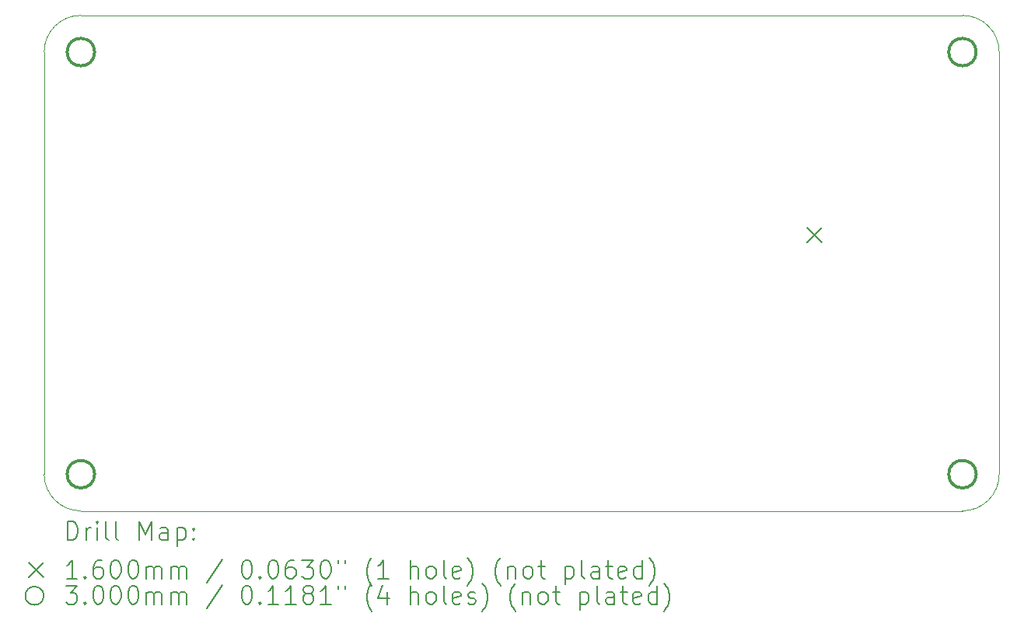
<source format=gbr>
%TF.GenerationSoftware,KiCad,Pcbnew,7.0.7*%
%TF.CreationDate,2024-03-23T22:08:52-05:00*%
%TF.ProjectId,Turret,54757272-6574-42e6-9b69-6361645f7063,rev?*%
%TF.SameCoordinates,Original*%
%TF.FileFunction,Drillmap*%
%TF.FilePolarity,Positive*%
%FSLAX45Y45*%
G04 Gerber Fmt 4.5, Leading zero omitted, Abs format (unit mm)*
G04 Created by KiCad (PCBNEW 7.0.7) date 2024-03-23 22:08:52*
%MOMM*%
%LPD*%
G01*
G04 APERTURE LIST*
%ADD10C,0.100000*%
%ADD11C,0.200000*%
%ADD12C,0.160000*%
%ADD13C,0.300000*%
G04 APERTURE END LIST*
D10*
X4045000Y-8410000D02*
X4045000Y-3810000D01*
X14445000Y-3810000D02*
X14445000Y-8410000D01*
X4445000Y-3410000D02*
G75*
G03*
X4045000Y-3810000I0J-400000D01*
G01*
X14045000Y-8810000D02*
X4445000Y-8810000D01*
X4445000Y-3410000D02*
X14045000Y-3410000D01*
X14045000Y-8810000D02*
G75*
G03*
X14445000Y-8410000I0J400000D01*
G01*
X4045000Y-8410000D02*
G75*
G03*
X4445000Y-8810000I400000J0D01*
G01*
X14445000Y-3810000D02*
G75*
G03*
X14045000Y-3410000I-400000J0D01*
G01*
D11*
D12*
X12355800Y-5721600D02*
X12515800Y-5881600D01*
X12515800Y-5721600D02*
X12355800Y-5881600D01*
D13*
X4595000Y-3810000D02*
G75*
G03*
X4595000Y-3810000I-150000J0D01*
G01*
X4595000Y-8410000D02*
G75*
G03*
X4595000Y-8410000I-150000J0D01*
G01*
X14195000Y-3810000D02*
G75*
G03*
X14195000Y-3810000I-150000J0D01*
G01*
X14195000Y-8410000D02*
G75*
G03*
X14195000Y-8410000I-150000J0D01*
G01*
D11*
X4300777Y-9126484D02*
X4300777Y-8926484D01*
X4300777Y-8926484D02*
X4348396Y-8926484D01*
X4348396Y-8926484D02*
X4376967Y-8936008D01*
X4376967Y-8936008D02*
X4396015Y-8955055D01*
X4396015Y-8955055D02*
X4405539Y-8974103D01*
X4405539Y-8974103D02*
X4415063Y-9012198D01*
X4415063Y-9012198D02*
X4415063Y-9040770D01*
X4415063Y-9040770D02*
X4405539Y-9078865D01*
X4405539Y-9078865D02*
X4396015Y-9097912D01*
X4396015Y-9097912D02*
X4376967Y-9116960D01*
X4376967Y-9116960D02*
X4348396Y-9126484D01*
X4348396Y-9126484D02*
X4300777Y-9126484D01*
X4500777Y-9126484D02*
X4500777Y-8993150D01*
X4500777Y-9031246D02*
X4510301Y-9012198D01*
X4510301Y-9012198D02*
X4519824Y-9002674D01*
X4519824Y-9002674D02*
X4538872Y-8993150D01*
X4538872Y-8993150D02*
X4557920Y-8993150D01*
X4624586Y-9126484D02*
X4624586Y-8993150D01*
X4624586Y-8926484D02*
X4615063Y-8936008D01*
X4615063Y-8936008D02*
X4624586Y-8945531D01*
X4624586Y-8945531D02*
X4634110Y-8936008D01*
X4634110Y-8936008D02*
X4624586Y-8926484D01*
X4624586Y-8926484D02*
X4624586Y-8945531D01*
X4748396Y-9126484D02*
X4729348Y-9116960D01*
X4729348Y-9116960D02*
X4719824Y-9097912D01*
X4719824Y-9097912D02*
X4719824Y-8926484D01*
X4853158Y-9126484D02*
X4834110Y-9116960D01*
X4834110Y-9116960D02*
X4824586Y-9097912D01*
X4824586Y-9097912D02*
X4824586Y-8926484D01*
X5081729Y-9126484D02*
X5081729Y-8926484D01*
X5081729Y-8926484D02*
X5148396Y-9069341D01*
X5148396Y-9069341D02*
X5215063Y-8926484D01*
X5215063Y-8926484D02*
X5215063Y-9126484D01*
X5396015Y-9126484D02*
X5396015Y-9021722D01*
X5396015Y-9021722D02*
X5386491Y-9002674D01*
X5386491Y-9002674D02*
X5367444Y-8993150D01*
X5367444Y-8993150D02*
X5329348Y-8993150D01*
X5329348Y-8993150D02*
X5310301Y-9002674D01*
X5396015Y-9116960D02*
X5376967Y-9126484D01*
X5376967Y-9126484D02*
X5329348Y-9126484D01*
X5329348Y-9126484D02*
X5310301Y-9116960D01*
X5310301Y-9116960D02*
X5300777Y-9097912D01*
X5300777Y-9097912D02*
X5300777Y-9078865D01*
X5300777Y-9078865D02*
X5310301Y-9059817D01*
X5310301Y-9059817D02*
X5329348Y-9050293D01*
X5329348Y-9050293D02*
X5376967Y-9050293D01*
X5376967Y-9050293D02*
X5396015Y-9040770D01*
X5491253Y-8993150D02*
X5491253Y-9193150D01*
X5491253Y-9002674D02*
X5510301Y-8993150D01*
X5510301Y-8993150D02*
X5548396Y-8993150D01*
X5548396Y-8993150D02*
X5567444Y-9002674D01*
X5567444Y-9002674D02*
X5576967Y-9012198D01*
X5576967Y-9012198D02*
X5586491Y-9031246D01*
X5586491Y-9031246D02*
X5586491Y-9088389D01*
X5586491Y-9088389D02*
X5576967Y-9107436D01*
X5576967Y-9107436D02*
X5567444Y-9116960D01*
X5567444Y-9116960D02*
X5548396Y-9126484D01*
X5548396Y-9126484D02*
X5510301Y-9126484D01*
X5510301Y-9126484D02*
X5491253Y-9116960D01*
X5672205Y-9107436D02*
X5681729Y-9116960D01*
X5681729Y-9116960D02*
X5672205Y-9126484D01*
X5672205Y-9126484D02*
X5662682Y-9116960D01*
X5662682Y-9116960D02*
X5672205Y-9107436D01*
X5672205Y-9107436D02*
X5672205Y-9126484D01*
X5672205Y-9002674D02*
X5681729Y-9012198D01*
X5681729Y-9012198D02*
X5672205Y-9021722D01*
X5672205Y-9021722D02*
X5662682Y-9012198D01*
X5662682Y-9012198D02*
X5672205Y-9002674D01*
X5672205Y-9002674D02*
X5672205Y-9021722D01*
D12*
X3880000Y-9375000D02*
X4040000Y-9535000D01*
X4040000Y-9375000D02*
X3880000Y-9535000D01*
D11*
X4405539Y-9546484D02*
X4291253Y-9546484D01*
X4348396Y-9546484D02*
X4348396Y-9346484D01*
X4348396Y-9346484D02*
X4329348Y-9375055D01*
X4329348Y-9375055D02*
X4310301Y-9394103D01*
X4310301Y-9394103D02*
X4291253Y-9403627D01*
X4491253Y-9527436D02*
X4500777Y-9536960D01*
X4500777Y-9536960D02*
X4491253Y-9546484D01*
X4491253Y-9546484D02*
X4481729Y-9536960D01*
X4481729Y-9536960D02*
X4491253Y-9527436D01*
X4491253Y-9527436D02*
X4491253Y-9546484D01*
X4672205Y-9346484D02*
X4634110Y-9346484D01*
X4634110Y-9346484D02*
X4615063Y-9356008D01*
X4615063Y-9356008D02*
X4605539Y-9365531D01*
X4605539Y-9365531D02*
X4586491Y-9394103D01*
X4586491Y-9394103D02*
X4576967Y-9432198D01*
X4576967Y-9432198D02*
X4576967Y-9508389D01*
X4576967Y-9508389D02*
X4586491Y-9527436D01*
X4586491Y-9527436D02*
X4596015Y-9536960D01*
X4596015Y-9536960D02*
X4615063Y-9546484D01*
X4615063Y-9546484D02*
X4653158Y-9546484D01*
X4653158Y-9546484D02*
X4672205Y-9536960D01*
X4672205Y-9536960D02*
X4681729Y-9527436D01*
X4681729Y-9527436D02*
X4691253Y-9508389D01*
X4691253Y-9508389D02*
X4691253Y-9460770D01*
X4691253Y-9460770D02*
X4681729Y-9441722D01*
X4681729Y-9441722D02*
X4672205Y-9432198D01*
X4672205Y-9432198D02*
X4653158Y-9422674D01*
X4653158Y-9422674D02*
X4615063Y-9422674D01*
X4615063Y-9422674D02*
X4596015Y-9432198D01*
X4596015Y-9432198D02*
X4586491Y-9441722D01*
X4586491Y-9441722D02*
X4576967Y-9460770D01*
X4815063Y-9346484D02*
X4834110Y-9346484D01*
X4834110Y-9346484D02*
X4853158Y-9356008D01*
X4853158Y-9356008D02*
X4862682Y-9365531D01*
X4862682Y-9365531D02*
X4872205Y-9384579D01*
X4872205Y-9384579D02*
X4881729Y-9422674D01*
X4881729Y-9422674D02*
X4881729Y-9470293D01*
X4881729Y-9470293D02*
X4872205Y-9508389D01*
X4872205Y-9508389D02*
X4862682Y-9527436D01*
X4862682Y-9527436D02*
X4853158Y-9536960D01*
X4853158Y-9536960D02*
X4834110Y-9546484D01*
X4834110Y-9546484D02*
X4815063Y-9546484D01*
X4815063Y-9546484D02*
X4796015Y-9536960D01*
X4796015Y-9536960D02*
X4786491Y-9527436D01*
X4786491Y-9527436D02*
X4776967Y-9508389D01*
X4776967Y-9508389D02*
X4767444Y-9470293D01*
X4767444Y-9470293D02*
X4767444Y-9422674D01*
X4767444Y-9422674D02*
X4776967Y-9384579D01*
X4776967Y-9384579D02*
X4786491Y-9365531D01*
X4786491Y-9365531D02*
X4796015Y-9356008D01*
X4796015Y-9356008D02*
X4815063Y-9346484D01*
X5005539Y-9346484D02*
X5024586Y-9346484D01*
X5024586Y-9346484D02*
X5043634Y-9356008D01*
X5043634Y-9356008D02*
X5053158Y-9365531D01*
X5053158Y-9365531D02*
X5062682Y-9384579D01*
X5062682Y-9384579D02*
X5072205Y-9422674D01*
X5072205Y-9422674D02*
X5072205Y-9470293D01*
X5072205Y-9470293D02*
X5062682Y-9508389D01*
X5062682Y-9508389D02*
X5053158Y-9527436D01*
X5053158Y-9527436D02*
X5043634Y-9536960D01*
X5043634Y-9536960D02*
X5024586Y-9546484D01*
X5024586Y-9546484D02*
X5005539Y-9546484D01*
X5005539Y-9546484D02*
X4986491Y-9536960D01*
X4986491Y-9536960D02*
X4976967Y-9527436D01*
X4976967Y-9527436D02*
X4967444Y-9508389D01*
X4967444Y-9508389D02*
X4957920Y-9470293D01*
X4957920Y-9470293D02*
X4957920Y-9422674D01*
X4957920Y-9422674D02*
X4967444Y-9384579D01*
X4967444Y-9384579D02*
X4976967Y-9365531D01*
X4976967Y-9365531D02*
X4986491Y-9356008D01*
X4986491Y-9356008D02*
X5005539Y-9346484D01*
X5157920Y-9546484D02*
X5157920Y-9413150D01*
X5157920Y-9432198D02*
X5167444Y-9422674D01*
X5167444Y-9422674D02*
X5186491Y-9413150D01*
X5186491Y-9413150D02*
X5215063Y-9413150D01*
X5215063Y-9413150D02*
X5234110Y-9422674D01*
X5234110Y-9422674D02*
X5243634Y-9441722D01*
X5243634Y-9441722D02*
X5243634Y-9546484D01*
X5243634Y-9441722D02*
X5253158Y-9422674D01*
X5253158Y-9422674D02*
X5272205Y-9413150D01*
X5272205Y-9413150D02*
X5300777Y-9413150D01*
X5300777Y-9413150D02*
X5319825Y-9422674D01*
X5319825Y-9422674D02*
X5329348Y-9441722D01*
X5329348Y-9441722D02*
X5329348Y-9546484D01*
X5424586Y-9546484D02*
X5424586Y-9413150D01*
X5424586Y-9432198D02*
X5434110Y-9422674D01*
X5434110Y-9422674D02*
X5453158Y-9413150D01*
X5453158Y-9413150D02*
X5481729Y-9413150D01*
X5481729Y-9413150D02*
X5500777Y-9422674D01*
X5500777Y-9422674D02*
X5510301Y-9441722D01*
X5510301Y-9441722D02*
X5510301Y-9546484D01*
X5510301Y-9441722D02*
X5519825Y-9422674D01*
X5519825Y-9422674D02*
X5538872Y-9413150D01*
X5538872Y-9413150D02*
X5567444Y-9413150D01*
X5567444Y-9413150D02*
X5586491Y-9422674D01*
X5586491Y-9422674D02*
X5596015Y-9441722D01*
X5596015Y-9441722D02*
X5596015Y-9546484D01*
X5986491Y-9336960D02*
X5815063Y-9594103D01*
X6243634Y-9346484D02*
X6262682Y-9346484D01*
X6262682Y-9346484D02*
X6281729Y-9356008D01*
X6281729Y-9356008D02*
X6291253Y-9365531D01*
X6291253Y-9365531D02*
X6300777Y-9384579D01*
X6300777Y-9384579D02*
X6310301Y-9422674D01*
X6310301Y-9422674D02*
X6310301Y-9470293D01*
X6310301Y-9470293D02*
X6300777Y-9508389D01*
X6300777Y-9508389D02*
X6291253Y-9527436D01*
X6291253Y-9527436D02*
X6281729Y-9536960D01*
X6281729Y-9536960D02*
X6262682Y-9546484D01*
X6262682Y-9546484D02*
X6243634Y-9546484D01*
X6243634Y-9546484D02*
X6224586Y-9536960D01*
X6224586Y-9536960D02*
X6215063Y-9527436D01*
X6215063Y-9527436D02*
X6205539Y-9508389D01*
X6205539Y-9508389D02*
X6196015Y-9470293D01*
X6196015Y-9470293D02*
X6196015Y-9422674D01*
X6196015Y-9422674D02*
X6205539Y-9384579D01*
X6205539Y-9384579D02*
X6215063Y-9365531D01*
X6215063Y-9365531D02*
X6224586Y-9356008D01*
X6224586Y-9356008D02*
X6243634Y-9346484D01*
X6396015Y-9527436D02*
X6405539Y-9536960D01*
X6405539Y-9536960D02*
X6396015Y-9546484D01*
X6396015Y-9546484D02*
X6386491Y-9536960D01*
X6386491Y-9536960D02*
X6396015Y-9527436D01*
X6396015Y-9527436D02*
X6396015Y-9546484D01*
X6529348Y-9346484D02*
X6548396Y-9346484D01*
X6548396Y-9346484D02*
X6567444Y-9356008D01*
X6567444Y-9356008D02*
X6576967Y-9365531D01*
X6576967Y-9365531D02*
X6586491Y-9384579D01*
X6586491Y-9384579D02*
X6596015Y-9422674D01*
X6596015Y-9422674D02*
X6596015Y-9470293D01*
X6596015Y-9470293D02*
X6586491Y-9508389D01*
X6586491Y-9508389D02*
X6576967Y-9527436D01*
X6576967Y-9527436D02*
X6567444Y-9536960D01*
X6567444Y-9536960D02*
X6548396Y-9546484D01*
X6548396Y-9546484D02*
X6529348Y-9546484D01*
X6529348Y-9546484D02*
X6510301Y-9536960D01*
X6510301Y-9536960D02*
X6500777Y-9527436D01*
X6500777Y-9527436D02*
X6491253Y-9508389D01*
X6491253Y-9508389D02*
X6481729Y-9470293D01*
X6481729Y-9470293D02*
X6481729Y-9422674D01*
X6481729Y-9422674D02*
X6491253Y-9384579D01*
X6491253Y-9384579D02*
X6500777Y-9365531D01*
X6500777Y-9365531D02*
X6510301Y-9356008D01*
X6510301Y-9356008D02*
X6529348Y-9346484D01*
X6767444Y-9346484D02*
X6729348Y-9346484D01*
X6729348Y-9346484D02*
X6710301Y-9356008D01*
X6710301Y-9356008D02*
X6700777Y-9365531D01*
X6700777Y-9365531D02*
X6681729Y-9394103D01*
X6681729Y-9394103D02*
X6672206Y-9432198D01*
X6672206Y-9432198D02*
X6672206Y-9508389D01*
X6672206Y-9508389D02*
X6681729Y-9527436D01*
X6681729Y-9527436D02*
X6691253Y-9536960D01*
X6691253Y-9536960D02*
X6710301Y-9546484D01*
X6710301Y-9546484D02*
X6748396Y-9546484D01*
X6748396Y-9546484D02*
X6767444Y-9536960D01*
X6767444Y-9536960D02*
X6776967Y-9527436D01*
X6776967Y-9527436D02*
X6786491Y-9508389D01*
X6786491Y-9508389D02*
X6786491Y-9460770D01*
X6786491Y-9460770D02*
X6776967Y-9441722D01*
X6776967Y-9441722D02*
X6767444Y-9432198D01*
X6767444Y-9432198D02*
X6748396Y-9422674D01*
X6748396Y-9422674D02*
X6710301Y-9422674D01*
X6710301Y-9422674D02*
X6691253Y-9432198D01*
X6691253Y-9432198D02*
X6681729Y-9441722D01*
X6681729Y-9441722D02*
X6672206Y-9460770D01*
X6853158Y-9346484D02*
X6976967Y-9346484D01*
X6976967Y-9346484D02*
X6910301Y-9422674D01*
X6910301Y-9422674D02*
X6938872Y-9422674D01*
X6938872Y-9422674D02*
X6957920Y-9432198D01*
X6957920Y-9432198D02*
X6967444Y-9441722D01*
X6967444Y-9441722D02*
X6976967Y-9460770D01*
X6976967Y-9460770D02*
X6976967Y-9508389D01*
X6976967Y-9508389D02*
X6967444Y-9527436D01*
X6967444Y-9527436D02*
X6957920Y-9536960D01*
X6957920Y-9536960D02*
X6938872Y-9546484D01*
X6938872Y-9546484D02*
X6881729Y-9546484D01*
X6881729Y-9546484D02*
X6862682Y-9536960D01*
X6862682Y-9536960D02*
X6853158Y-9527436D01*
X7100777Y-9346484D02*
X7119825Y-9346484D01*
X7119825Y-9346484D02*
X7138872Y-9356008D01*
X7138872Y-9356008D02*
X7148396Y-9365531D01*
X7148396Y-9365531D02*
X7157920Y-9384579D01*
X7157920Y-9384579D02*
X7167444Y-9422674D01*
X7167444Y-9422674D02*
X7167444Y-9470293D01*
X7167444Y-9470293D02*
X7157920Y-9508389D01*
X7157920Y-9508389D02*
X7148396Y-9527436D01*
X7148396Y-9527436D02*
X7138872Y-9536960D01*
X7138872Y-9536960D02*
X7119825Y-9546484D01*
X7119825Y-9546484D02*
X7100777Y-9546484D01*
X7100777Y-9546484D02*
X7081729Y-9536960D01*
X7081729Y-9536960D02*
X7072206Y-9527436D01*
X7072206Y-9527436D02*
X7062682Y-9508389D01*
X7062682Y-9508389D02*
X7053158Y-9470293D01*
X7053158Y-9470293D02*
X7053158Y-9422674D01*
X7053158Y-9422674D02*
X7062682Y-9384579D01*
X7062682Y-9384579D02*
X7072206Y-9365531D01*
X7072206Y-9365531D02*
X7081729Y-9356008D01*
X7081729Y-9356008D02*
X7100777Y-9346484D01*
X7243634Y-9346484D02*
X7243634Y-9384579D01*
X7319825Y-9346484D02*
X7319825Y-9384579D01*
X7615063Y-9622674D02*
X7605539Y-9613150D01*
X7605539Y-9613150D02*
X7586491Y-9584579D01*
X7586491Y-9584579D02*
X7576968Y-9565531D01*
X7576968Y-9565531D02*
X7567444Y-9536960D01*
X7567444Y-9536960D02*
X7557920Y-9489341D01*
X7557920Y-9489341D02*
X7557920Y-9451246D01*
X7557920Y-9451246D02*
X7567444Y-9403627D01*
X7567444Y-9403627D02*
X7576968Y-9375055D01*
X7576968Y-9375055D02*
X7586491Y-9356008D01*
X7586491Y-9356008D02*
X7605539Y-9327436D01*
X7605539Y-9327436D02*
X7615063Y-9317912D01*
X7796015Y-9546484D02*
X7681729Y-9546484D01*
X7738872Y-9546484D02*
X7738872Y-9346484D01*
X7738872Y-9346484D02*
X7719825Y-9375055D01*
X7719825Y-9375055D02*
X7700777Y-9394103D01*
X7700777Y-9394103D02*
X7681729Y-9403627D01*
X8034110Y-9546484D02*
X8034110Y-9346484D01*
X8119825Y-9546484D02*
X8119825Y-9441722D01*
X8119825Y-9441722D02*
X8110301Y-9422674D01*
X8110301Y-9422674D02*
X8091253Y-9413150D01*
X8091253Y-9413150D02*
X8062682Y-9413150D01*
X8062682Y-9413150D02*
X8043634Y-9422674D01*
X8043634Y-9422674D02*
X8034110Y-9432198D01*
X8243634Y-9546484D02*
X8224587Y-9536960D01*
X8224587Y-9536960D02*
X8215063Y-9527436D01*
X8215063Y-9527436D02*
X8205539Y-9508389D01*
X8205539Y-9508389D02*
X8205539Y-9451246D01*
X8205539Y-9451246D02*
X8215063Y-9432198D01*
X8215063Y-9432198D02*
X8224587Y-9422674D01*
X8224587Y-9422674D02*
X8243634Y-9413150D01*
X8243634Y-9413150D02*
X8272206Y-9413150D01*
X8272206Y-9413150D02*
X8291253Y-9422674D01*
X8291253Y-9422674D02*
X8300777Y-9432198D01*
X8300777Y-9432198D02*
X8310301Y-9451246D01*
X8310301Y-9451246D02*
X8310301Y-9508389D01*
X8310301Y-9508389D02*
X8300777Y-9527436D01*
X8300777Y-9527436D02*
X8291253Y-9536960D01*
X8291253Y-9536960D02*
X8272206Y-9546484D01*
X8272206Y-9546484D02*
X8243634Y-9546484D01*
X8424587Y-9546484D02*
X8405539Y-9536960D01*
X8405539Y-9536960D02*
X8396015Y-9517912D01*
X8396015Y-9517912D02*
X8396015Y-9346484D01*
X8576968Y-9536960D02*
X8557920Y-9546484D01*
X8557920Y-9546484D02*
X8519825Y-9546484D01*
X8519825Y-9546484D02*
X8500777Y-9536960D01*
X8500777Y-9536960D02*
X8491253Y-9517912D01*
X8491253Y-9517912D02*
X8491253Y-9441722D01*
X8491253Y-9441722D02*
X8500777Y-9422674D01*
X8500777Y-9422674D02*
X8519825Y-9413150D01*
X8519825Y-9413150D02*
X8557920Y-9413150D01*
X8557920Y-9413150D02*
X8576968Y-9422674D01*
X8576968Y-9422674D02*
X8586492Y-9441722D01*
X8586492Y-9441722D02*
X8586492Y-9460770D01*
X8586492Y-9460770D02*
X8491253Y-9479817D01*
X8653158Y-9622674D02*
X8662682Y-9613150D01*
X8662682Y-9613150D02*
X8681730Y-9584579D01*
X8681730Y-9584579D02*
X8691253Y-9565531D01*
X8691253Y-9565531D02*
X8700777Y-9536960D01*
X8700777Y-9536960D02*
X8710301Y-9489341D01*
X8710301Y-9489341D02*
X8710301Y-9451246D01*
X8710301Y-9451246D02*
X8700777Y-9403627D01*
X8700777Y-9403627D02*
X8691253Y-9375055D01*
X8691253Y-9375055D02*
X8681730Y-9356008D01*
X8681730Y-9356008D02*
X8662682Y-9327436D01*
X8662682Y-9327436D02*
X8653158Y-9317912D01*
X9015063Y-9622674D02*
X9005539Y-9613150D01*
X9005539Y-9613150D02*
X8986492Y-9584579D01*
X8986492Y-9584579D02*
X8976968Y-9565531D01*
X8976968Y-9565531D02*
X8967444Y-9536960D01*
X8967444Y-9536960D02*
X8957920Y-9489341D01*
X8957920Y-9489341D02*
X8957920Y-9451246D01*
X8957920Y-9451246D02*
X8967444Y-9403627D01*
X8967444Y-9403627D02*
X8976968Y-9375055D01*
X8976968Y-9375055D02*
X8986492Y-9356008D01*
X8986492Y-9356008D02*
X9005539Y-9327436D01*
X9005539Y-9327436D02*
X9015063Y-9317912D01*
X9091253Y-9413150D02*
X9091253Y-9546484D01*
X9091253Y-9432198D02*
X9100777Y-9422674D01*
X9100777Y-9422674D02*
X9119825Y-9413150D01*
X9119825Y-9413150D02*
X9148396Y-9413150D01*
X9148396Y-9413150D02*
X9167444Y-9422674D01*
X9167444Y-9422674D02*
X9176968Y-9441722D01*
X9176968Y-9441722D02*
X9176968Y-9546484D01*
X9300777Y-9546484D02*
X9281730Y-9536960D01*
X9281730Y-9536960D02*
X9272206Y-9527436D01*
X9272206Y-9527436D02*
X9262682Y-9508389D01*
X9262682Y-9508389D02*
X9262682Y-9451246D01*
X9262682Y-9451246D02*
X9272206Y-9432198D01*
X9272206Y-9432198D02*
X9281730Y-9422674D01*
X9281730Y-9422674D02*
X9300777Y-9413150D01*
X9300777Y-9413150D02*
X9329349Y-9413150D01*
X9329349Y-9413150D02*
X9348396Y-9422674D01*
X9348396Y-9422674D02*
X9357920Y-9432198D01*
X9357920Y-9432198D02*
X9367444Y-9451246D01*
X9367444Y-9451246D02*
X9367444Y-9508389D01*
X9367444Y-9508389D02*
X9357920Y-9527436D01*
X9357920Y-9527436D02*
X9348396Y-9536960D01*
X9348396Y-9536960D02*
X9329349Y-9546484D01*
X9329349Y-9546484D02*
X9300777Y-9546484D01*
X9424587Y-9413150D02*
X9500777Y-9413150D01*
X9453158Y-9346484D02*
X9453158Y-9517912D01*
X9453158Y-9517912D02*
X9462682Y-9536960D01*
X9462682Y-9536960D02*
X9481730Y-9546484D01*
X9481730Y-9546484D02*
X9500777Y-9546484D01*
X9719825Y-9413150D02*
X9719825Y-9613150D01*
X9719825Y-9422674D02*
X9738873Y-9413150D01*
X9738873Y-9413150D02*
X9776968Y-9413150D01*
X9776968Y-9413150D02*
X9796015Y-9422674D01*
X9796015Y-9422674D02*
X9805539Y-9432198D01*
X9805539Y-9432198D02*
X9815063Y-9451246D01*
X9815063Y-9451246D02*
X9815063Y-9508389D01*
X9815063Y-9508389D02*
X9805539Y-9527436D01*
X9805539Y-9527436D02*
X9796015Y-9536960D01*
X9796015Y-9536960D02*
X9776968Y-9546484D01*
X9776968Y-9546484D02*
X9738873Y-9546484D01*
X9738873Y-9546484D02*
X9719825Y-9536960D01*
X9929349Y-9546484D02*
X9910301Y-9536960D01*
X9910301Y-9536960D02*
X9900777Y-9517912D01*
X9900777Y-9517912D02*
X9900777Y-9346484D01*
X10091254Y-9546484D02*
X10091254Y-9441722D01*
X10091254Y-9441722D02*
X10081730Y-9422674D01*
X10081730Y-9422674D02*
X10062682Y-9413150D01*
X10062682Y-9413150D02*
X10024587Y-9413150D01*
X10024587Y-9413150D02*
X10005539Y-9422674D01*
X10091254Y-9536960D02*
X10072206Y-9546484D01*
X10072206Y-9546484D02*
X10024587Y-9546484D01*
X10024587Y-9546484D02*
X10005539Y-9536960D01*
X10005539Y-9536960D02*
X9996015Y-9517912D01*
X9996015Y-9517912D02*
X9996015Y-9498865D01*
X9996015Y-9498865D02*
X10005539Y-9479817D01*
X10005539Y-9479817D02*
X10024587Y-9470293D01*
X10024587Y-9470293D02*
X10072206Y-9470293D01*
X10072206Y-9470293D02*
X10091254Y-9460770D01*
X10157920Y-9413150D02*
X10234111Y-9413150D01*
X10186492Y-9346484D02*
X10186492Y-9517912D01*
X10186492Y-9517912D02*
X10196015Y-9536960D01*
X10196015Y-9536960D02*
X10215063Y-9546484D01*
X10215063Y-9546484D02*
X10234111Y-9546484D01*
X10376968Y-9536960D02*
X10357920Y-9546484D01*
X10357920Y-9546484D02*
X10319825Y-9546484D01*
X10319825Y-9546484D02*
X10300777Y-9536960D01*
X10300777Y-9536960D02*
X10291254Y-9517912D01*
X10291254Y-9517912D02*
X10291254Y-9441722D01*
X10291254Y-9441722D02*
X10300777Y-9422674D01*
X10300777Y-9422674D02*
X10319825Y-9413150D01*
X10319825Y-9413150D02*
X10357920Y-9413150D01*
X10357920Y-9413150D02*
X10376968Y-9422674D01*
X10376968Y-9422674D02*
X10386492Y-9441722D01*
X10386492Y-9441722D02*
X10386492Y-9460770D01*
X10386492Y-9460770D02*
X10291254Y-9479817D01*
X10557920Y-9546484D02*
X10557920Y-9346484D01*
X10557920Y-9536960D02*
X10538873Y-9546484D01*
X10538873Y-9546484D02*
X10500777Y-9546484D01*
X10500777Y-9546484D02*
X10481730Y-9536960D01*
X10481730Y-9536960D02*
X10472206Y-9527436D01*
X10472206Y-9527436D02*
X10462682Y-9508389D01*
X10462682Y-9508389D02*
X10462682Y-9451246D01*
X10462682Y-9451246D02*
X10472206Y-9432198D01*
X10472206Y-9432198D02*
X10481730Y-9422674D01*
X10481730Y-9422674D02*
X10500777Y-9413150D01*
X10500777Y-9413150D02*
X10538873Y-9413150D01*
X10538873Y-9413150D02*
X10557920Y-9422674D01*
X10634111Y-9622674D02*
X10643635Y-9613150D01*
X10643635Y-9613150D02*
X10662682Y-9584579D01*
X10662682Y-9584579D02*
X10672206Y-9565531D01*
X10672206Y-9565531D02*
X10681730Y-9536960D01*
X10681730Y-9536960D02*
X10691254Y-9489341D01*
X10691254Y-9489341D02*
X10691254Y-9451246D01*
X10691254Y-9451246D02*
X10681730Y-9403627D01*
X10681730Y-9403627D02*
X10672206Y-9375055D01*
X10672206Y-9375055D02*
X10662682Y-9356008D01*
X10662682Y-9356008D02*
X10643635Y-9327436D01*
X10643635Y-9327436D02*
X10634111Y-9317912D01*
X4040000Y-9735000D02*
G75*
G03*
X4040000Y-9735000I-100000J0D01*
G01*
X4281729Y-9626484D02*
X4405539Y-9626484D01*
X4405539Y-9626484D02*
X4338872Y-9702674D01*
X4338872Y-9702674D02*
X4367444Y-9702674D01*
X4367444Y-9702674D02*
X4386491Y-9712198D01*
X4386491Y-9712198D02*
X4396015Y-9721722D01*
X4396015Y-9721722D02*
X4405539Y-9740770D01*
X4405539Y-9740770D02*
X4405539Y-9788389D01*
X4405539Y-9788389D02*
X4396015Y-9807436D01*
X4396015Y-9807436D02*
X4386491Y-9816960D01*
X4386491Y-9816960D02*
X4367444Y-9826484D01*
X4367444Y-9826484D02*
X4310301Y-9826484D01*
X4310301Y-9826484D02*
X4291253Y-9816960D01*
X4291253Y-9816960D02*
X4281729Y-9807436D01*
X4491253Y-9807436D02*
X4500777Y-9816960D01*
X4500777Y-9816960D02*
X4491253Y-9826484D01*
X4491253Y-9826484D02*
X4481729Y-9816960D01*
X4481729Y-9816960D02*
X4491253Y-9807436D01*
X4491253Y-9807436D02*
X4491253Y-9826484D01*
X4624586Y-9626484D02*
X4643634Y-9626484D01*
X4643634Y-9626484D02*
X4662682Y-9636008D01*
X4662682Y-9636008D02*
X4672205Y-9645531D01*
X4672205Y-9645531D02*
X4681729Y-9664579D01*
X4681729Y-9664579D02*
X4691253Y-9702674D01*
X4691253Y-9702674D02*
X4691253Y-9750293D01*
X4691253Y-9750293D02*
X4681729Y-9788389D01*
X4681729Y-9788389D02*
X4672205Y-9807436D01*
X4672205Y-9807436D02*
X4662682Y-9816960D01*
X4662682Y-9816960D02*
X4643634Y-9826484D01*
X4643634Y-9826484D02*
X4624586Y-9826484D01*
X4624586Y-9826484D02*
X4605539Y-9816960D01*
X4605539Y-9816960D02*
X4596015Y-9807436D01*
X4596015Y-9807436D02*
X4586491Y-9788389D01*
X4586491Y-9788389D02*
X4576967Y-9750293D01*
X4576967Y-9750293D02*
X4576967Y-9702674D01*
X4576967Y-9702674D02*
X4586491Y-9664579D01*
X4586491Y-9664579D02*
X4596015Y-9645531D01*
X4596015Y-9645531D02*
X4605539Y-9636008D01*
X4605539Y-9636008D02*
X4624586Y-9626484D01*
X4815063Y-9626484D02*
X4834110Y-9626484D01*
X4834110Y-9626484D02*
X4853158Y-9636008D01*
X4853158Y-9636008D02*
X4862682Y-9645531D01*
X4862682Y-9645531D02*
X4872205Y-9664579D01*
X4872205Y-9664579D02*
X4881729Y-9702674D01*
X4881729Y-9702674D02*
X4881729Y-9750293D01*
X4881729Y-9750293D02*
X4872205Y-9788389D01*
X4872205Y-9788389D02*
X4862682Y-9807436D01*
X4862682Y-9807436D02*
X4853158Y-9816960D01*
X4853158Y-9816960D02*
X4834110Y-9826484D01*
X4834110Y-9826484D02*
X4815063Y-9826484D01*
X4815063Y-9826484D02*
X4796015Y-9816960D01*
X4796015Y-9816960D02*
X4786491Y-9807436D01*
X4786491Y-9807436D02*
X4776967Y-9788389D01*
X4776967Y-9788389D02*
X4767444Y-9750293D01*
X4767444Y-9750293D02*
X4767444Y-9702674D01*
X4767444Y-9702674D02*
X4776967Y-9664579D01*
X4776967Y-9664579D02*
X4786491Y-9645531D01*
X4786491Y-9645531D02*
X4796015Y-9636008D01*
X4796015Y-9636008D02*
X4815063Y-9626484D01*
X5005539Y-9626484D02*
X5024586Y-9626484D01*
X5024586Y-9626484D02*
X5043634Y-9636008D01*
X5043634Y-9636008D02*
X5053158Y-9645531D01*
X5053158Y-9645531D02*
X5062682Y-9664579D01*
X5062682Y-9664579D02*
X5072205Y-9702674D01*
X5072205Y-9702674D02*
X5072205Y-9750293D01*
X5072205Y-9750293D02*
X5062682Y-9788389D01*
X5062682Y-9788389D02*
X5053158Y-9807436D01*
X5053158Y-9807436D02*
X5043634Y-9816960D01*
X5043634Y-9816960D02*
X5024586Y-9826484D01*
X5024586Y-9826484D02*
X5005539Y-9826484D01*
X5005539Y-9826484D02*
X4986491Y-9816960D01*
X4986491Y-9816960D02*
X4976967Y-9807436D01*
X4976967Y-9807436D02*
X4967444Y-9788389D01*
X4967444Y-9788389D02*
X4957920Y-9750293D01*
X4957920Y-9750293D02*
X4957920Y-9702674D01*
X4957920Y-9702674D02*
X4967444Y-9664579D01*
X4967444Y-9664579D02*
X4976967Y-9645531D01*
X4976967Y-9645531D02*
X4986491Y-9636008D01*
X4986491Y-9636008D02*
X5005539Y-9626484D01*
X5157920Y-9826484D02*
X5157920Y-9693150D01*
X5157920Y-9712198D02*
X5167444Y-9702674D01*
X5167444Y-9702674D02*
X5186491Y-9693150D01*
X5186491Y-9693150D02*
X5215063Y-9693150D01*
X5215063Y-9693150D02*
X5234110Y-9702674D01*
X5234110Y-9702674D02*
X5243634Y-9721722D01*
X5243634Y-9721722D02*
X5243634Y-9826484D01*
X5243634Y-9721722D02*
X5253158Y-9702674D01*
X5253158Y-9702674D02*
X5272205Y-9693150D01*
X5272205Y-9693150D02*
X5300777Y-9693150D01*
X5300777Y-9693150D02*
X5319825Y-9702674D01*
X5319825Y-9702674D02*
X5329348Y-9721722D01*
X5329348Y-9721722D02*
X5329348Y-9826484D01*
X5424586Y-9826484D02*
X5424586Y-9693150D01*
X5424586Y-9712198D02*
X5434110Y-9702674D01*
X5434110Y-9702674D02*
X5453158Y-9693150D01*
X5453158Y-9693150D02*
X5481729Y-9693150D01*
X5481729Y-9693150D02*
X5500777Y-9702674D01*
X5500777Y-9702674D02*
X5510301Y-9721722D01*
X5510301Y-9721722D02*
X5510301Y-9826484D01*
X5510301Y-9721722D02*
X5519825Y-9702674D01*
X5519825Y-9702674D02*
X5538872Y-9693150D01*
X5538872Y-9693150D02*
X5567444Y-9693150D01*
X5567444Y-9693150D02*
X5586491Y-9702674D01*
X5586491Y-9702674D02*
X5596015Y-9721722D01*
X5596015Y-9721722D02*
X5596015Y-9826484D01*
X5986491Y-9616960D02*
X5815063Y-9874103D01*
X6243634Y-9626484D02*
X6262682Y-9626484D01*
X6262682Y-9626484D02*
X6281729Y-9636008D01*
X6281729Y-9636008D02*
X6291253Y-9645531D01*
X6291253Y-9645531D02*
X6300777Y-9664579D01*
X6300777Y-9664579D02*
X6310301Y-9702674D01*
X6310301Y-9702674D02*
X6310301Y-9750293D01*
X6310301Y-9750293D02*
X6300777Y-9788389D01*
X6300777Y-9788389D02*
X6291253Y-9807436D01*
X6291253Y-9807436D02*
X6281729Y-9816960D01*
X6281729Y-9816960D02*
X6262682Y-9826484D01*
X6262682Y-9826484D02*
X6243634Y-9826484D01*
X6243634Y-9826484D02*
X6224586Y-9816960D01*
X6224586Y-9816960D02*
X6215063Y-9807436D01*
X6215063Y-9807436D02*
X6205539Y-9788389D01*
X6205539Y-9788389D02*
X6196015Y-9750293D01*
X6196015Y-9750293D02*
X6196015Y-9702674D01*
X6196015Y-9702674D02*
X6205539Y-9664579D01*
X6205539Y-9664579D02*
X6215063Y-9645531D01*
X6215063Y-9645531D02*
X6224586Y-9636008D01*
X6224586Y-9636008D02*
X6243634Y-9626484D01*
X6396015Y-9807436D02*
X6405539Y-9816960D01*
X6405539Y-9816960D02*
X6396015Y-9826484D01*
X6396015Y-9826484D02*
X6386491Y-9816960D01*
X6386491Y-9816960D02*
X6396015Y-9807436D01*
X6396015Y-9807436D02*
X6396015Y-9826484D01*
X6596015Y-9826484D02*
X6481729Y-9826484D01*
X6538872Y-9826484D02*
X6538872Y-9626484D01*
X6538872Y-9626484D02*
X6519825Y-9655055D01*
X6519825Y-9655055D02*
X6500777Y-9674103D01*
X6500777Y-9674103D02*
X6481729Y-9683627D01*
X6786491Y-9826484D02*
X6672206Y-9826484D01*
X6729348Y-9826484D02*
X6729348Y-9626484D01*
X6729348Y-9626484D02*
X6710301Y-9655055D01*
X6710301Y-9655055D02*
X6691253Y-9674103D01*
X6691253Y-9674103D02*
X6672206Y-9683627D01*
X6900777Y-9712198D02*
X6881729Y-9702674D01*
X6881729Y-9702674D02*
X6872206Y-9693150D01*
X6872206Y-9693150D02*
X6862682Y-9674103D01*
X6862682Y-9674103D02*
X6862682Y-9664579D01*
X6862682Y-9664579D02*
X6872206Y-9645531D01*
X6872206Y-9645531D02*
X6881729Y-9636008D01*
X6881729Y-9636008D02*
X6900777Y-9626484D01*
X6900777Y-9626484D02*
X6938872Y-9626484D01*
X6938872Y-9626484D02*
X6957920Y-9636008D01*
X6957920Y-9636008D02*
X6967444Y-9645531D01*
X6967444Y-9645531D02*
X6976967Y-9664579D01*
X6976967Y-9664579D02*
X6976967Y-9674103D01*
X6976967Y-9674103D02*
X6967444Y-9693150D01*
X6967444Y-9693150D02*
X6957920Y-9702674D01*
X6957920Y-9702674D02*
X6938872Y-9712198D01*
X6938872Y-9712198D02*
X6900777Y-9712198D01*
X6900777Y-9712198D02*
X6881729Y-9721722D01*
X6881729Y-9721722D02*
X6872206Y-9731246D01*
X6872206Y-9731246D02*
X6862682Y-9750293D01*
X6862682Y-9750293D02*
X6862682Y-9788389D01*
X6862682Y-9788389D02*
X6872206Y-9807436D01*
X6872206Y-9807436D02*
X6881729Y-9816960D01*
X6881729Y-9816960D02*
X6900777Y-9826484D01*
X6900777Y-9826484D02*
X6938872Y-9826484D01*
X6938872Y-9826484D02*
X6957920Y-9816960D01*
X6957920Y-9816960D02*
X6967444Y-9807436D01*
X6967444Y-9807436D02*
X6976967Y-9788389D01*
X6976967Y-9788389D02*
X6976967Y-9750293D01*
X6976967Y-9750293D02*
X6967444Y-9731246D01*
X6967444Y-9731246D02*
X6957920Y-9721722D01*
X6957920Y-9721722D02*
X6938872Y-9712198D01*
X7167444Y-9826484D02*
X7053158Y-9826484D01*
X7110301Y-9826484D02*
X7110301Y-9626484D01*
X7110301Y-9626484D02*
X7091253Y-9655055D01*
X7091253Y-9655055D02*
X7072206Y-9674103D01*
X7072206Y-9674103D02*
X7053158Y-9683627D01*
X7243634Y-9626484D02*
X7243634Y-9664579D01*
X7319825Y-9626484D02*
X7319825Y-9664579D01*
X7615063Y-9902674D02*
X7605539Y-9893150D01*
X7605539Y-9893150D02*
X7586491Y-9864579D01*
X7586491Y-9864579D02*
X7576968Y-9845531D01*
X7576968Y-9845531D02*
X7567444Y-9816960D01*
X7567444Y-9816960D02*
X7557920Y-9769341D01*
X7557920Y-9769341D02*
X7557920Y-9731246D01*
X7557920Y-9731246D02*
X7567444Y-9683627D01*
X7567444Y-9683627D02*
X7576968Y-9655055D01*
X7576968Y-9655055D02*
X7586491Y-9636008D01*
X7586491Y-9636008D02*
X7605539Y-9607436D01*
X7605539Y-9607436D02*
X7615063Y-9597912D01*
X7776968Y-9693150D02*
X7776968Y-9826484D01*
X7729348Y-9616960D02*
X7681729Y-9759817D01*
X7681729Y-9759817D02*
X7805539Y-9759817D01*
X8034110Y-9826484D02*
X8034110Y-9626484D01*
X8119825Y-9826484D02*
X8119825Y-9721722D01*
X8119825Y-9721722D02*
X8110301Y-9702674D01*
X8110301Y-9702674D02*
X8091253Y-9693150D01*
X8091253Y-9693150D02*
X8062682Y-9693150D01*
X8062682Y-9693150D02*
X8043634Y-9702674D01*
X8043634Y-9702674D02*
X8034110Y-9712198D01*
X8243634Y-9826484D02*
X8224587Y-9816960D01*
X8224587Y-9816960D02*
X8215063Y-9807436D01*
X8215063Y-9807436D02*
X8205539Y-9788389D01*
X8205539Y-9788389D02*
X8205539Y-9731246D01*
X8205539Y-9731246D02*
X8215063Y-9712198D01*
X8215063Y-9712198D02*
X8224587Y-9702674D01*
X8224587Y-9702674D02*
X8243634Y-9693150D01*
X8243634Y-9693150D02*
X8272206Y-9693150D01*
X8272206Y-9693150D02*
X8291253Y-9702674D01*
X8291253Y-9702674D02*
X8300777Y-9712198D01*
X8300777Y-9712198D02*
X8310301Y-9731246D01*
X8310301Y-9731246D02*
X8310301Y-9788389D01*
X8310301Y-9788389D02*
X8300777Y-9807436D01*
X8300777Y-9807436D02*
X8291253Y-9816960D01*
X8291253Y-9816960D02*
X8272206Y-9826484D01*
X8272206Y-9826484D02*
X8243634Y-9826484D01*
X8424587Y-9826484D02*
X8405539Y-9816960D01*
X8405539Y-9816960D02*
X8396015Y-9797912D01*
X8396015Y-9797912D02*
X8396015Y-9626484D01*
X8576968Y-9816960D02*
X8557920Y-9826484D01*
X8557920Y-9826484D02*
X8519825Y-9826484D01*
X8519825Y-9826484D02*
X8500777Y-9816960D01*
X8500777Y-9816960D02*
X8491253Y-9797912D01*
X8491253Y-9797912D02*
X8491253Y-9721722D01*
X8491253Y-9721722D02*
X8500777Y-9702674D01*
X8500777Y-9702674D02*
X8519825Y-9693150D01*
X8519825Y-9693150D02*
X8557920Y-9693150D01*
X8557920Y-9693150D02*
X8576968Y-9702674D01*
X8576968Y-9702674D02*
X8586492Y-9721722D01*
X8586492Y-9721722D02*
X8586492Y-9740770D01*
X8586492Y-9740770D02*
X8491253Y-9759817D01*
X8662682Y-9816960D02*
X8681730Y-9826484D01*
X8681730Y-9826484D02*
X8719825Y-9826484D01*
X8719825Y-9826484D02*
X8738873Y-9816960D01*
X8738873Y-9816960D02*
X8748396Y-9797912D01*
X8748396Y-9797912D02*
X8748396Y-9788389D01*
X8748396Y-9788389D02*
X8738873Y-9769341D01*
X8738873Y-9769341D02*
X8719825Y-9759817D01*
X8719825Y-9759817D02*
X8691253Y-9759817D01*
X8691253Y-9759817D02*
X8672206Y-9750293D01*
X8672206Y-9750293D02*
X8662682Y-9731246D01*
X8662682Y-9731246D02*
X8662682Y-9721722D01*
X8662682Y-9721722D02*
X8672206Y-9702674D01*
X8672206Y-9702674D02*
X8691253Y-9693150D01*
X8691253Y-9693150D02*
X8719825Y-9693150D01*
X8719825Y-9693150D02*
X8738873Y-9702674D01*
X8815063Y-9902674D02*
X8824587Y-9893150D01*
X8824587Y-9893150D02*
X8843634Y-9864579D01*
X8843634Y-9864579D02*
X8853158Y-9845531D01*
X8853158Y-9845531D02*
X8862682Y-9816960D01*
X8862682Y-9816960D02*
X8872206Y-9769341D01*
X8872206Y-9769341D02*
X8872206Y-9731246D01*
X8872206Y-9731246D02*
X8862682Y-9683627D01*
X8862682Y-9683627D02*
X8853158Y-9655055D01*
X8853158Y-9655055D02*
X8843634Y-9636008D01*
X8843634Y-9636008D02*
X8824587Y-9607436D01*
X8824587Y-9607436D02*
X8815063Y-9597912D01*
X9176968Y-9902674D02*
X9167444Y-9893150D01*
X9167444Y-9893150D02*
X9148396Y-9864579D01*
X9148396Y-9864579D02*
X9138873Y-9845531D01*
X9138873Y-9845531D02*
X9129349Y-9816960D01*
X9129349Y-9816960D02*
X9119825Y-9769341D01*
X9119825Y-9769341D02*
X9119825Y-9731246D01*
X9119825Y-9731246D02*
X9129349Y-9683627D01*
X9129349Y-9683627D02*
X9138873Y-9655055D01*
X9138873Y-9655055D02*
X9148396Y-9636008D01*
X9148396Y-9636008D02*
X9167444Y-9607436D01*
X9167444Y-9607436D02*
X9176968Y-9597912D01*
X9253158Y-9693150D02*
X9253158Y-9826484D01*
X9253158Y-9712198D02*
X9262682Y-9702674D01*
X9262682Y-9702674D02*
X9281730Y-9693150D01*
X9281730Y-9693150D02*
X9310301Y-9693150D01*
X9310301Y-9693150D02*
X9329349Y-9702674D01*
X9329349Y-9702674D02*
X9338873Y-9721722D01*
X9338873Y-9721722D02*
X9338873Y-9826484D01*
X9462682Y-9826484D02*
X9443634Y-9816960D01*
X9443634Y-9816960D02*
X9434111Y-9807436D01*
X9434111Y-9807436D02*
X9424587Y-9788389D01*
X9424587Y-9788389D02*
X9424587Y-9731246D01*
X9424587Y-9731246D02*
X9434111Y-9712198D01*
X9434111Y-9712198D02*
X9443634Y-9702674D01*
X9443634Y-9702674D02*
X9462682Y-9693150D01*
X9462682Y-9693150D02*
X9491254Y-9693150D01*
X9491254Y-9693150D02*
X9510301Y-9702674D01*
X9510301Y-9702674D02*
X9519825Y-9712198D01*
X9519825Y-9712198D02*
X9529349Y-9731246D01*
X9529349Y-9731246D02*
X9529349Y-9788389D01*
X9529349Y-9788389D02*
X9519825Y-9807436D01*
X9519825Y-9807436D02*
X9510301Y-9816960D01*
X9510301Y-9816960D02*
X9491254Y-9826484D01*
X9491254Y-9826484D02*
X9462682Y-9826484D01*
X9586492Y-9693150D02*
X9662682Y-9693150D01*
X9615063Y-9626484D02*
X9615063Y-9797912D01*
X9615063Y-9797912D02*
X9624587Y-9816960D01*
X9624587Y-9816960D02*
X9643634Y-9826484D01*
X9643634Y-9826484D02*
X9662682Y-9826484D01*
X9881730Y-9693150D02*
X9881730Y-9893150D01*
X9881730Y-9702674D02*
X9900777Y-9693150D01*
X9900777Y-9693150D02*
X9938873Y-9693150D01*
X9938873Y-9693150D02*
X9957920Y-9702674D01*
X9957920Y-9702674D02*
X9967444Y-9712198D01*
X9967444Y-9712198D02*
X9976968Y-9731246D01*
X9976968Y-9731246D02*
X9976968Y-9788389D01*
X9976968Y-9788389D02*
X9967444Y-9807436D01*
X9967444Y-9807436D02*
X9957920Y-9816960D01*
X9957920Y-9816960D02*
X9938873Y-9826484D01*
X9938873Y-9826484D02*
X9900777Y-9826484D01*
X9900777Y-9826484D02*
X9881730Y-9816960D01*
X10091254Y-9826484D02*
X10072206Y-9816960D01*
X10072206Y-9816960D02*
X10062682Y-9797912D01*
X10062682Y-9797912D02*
X10062682Y-9626484D01*
X10253158Y-9826484D02*
X10253158Y-9721722D01*
X10253158Y-9721722D02*
X10243635Y-9702674D01*
X10243635Y-9702674D02*
X10224587Y-9693150D01*
X10224587Y-9693150D02*
X10186492Y-9693150D01*
X10186492Y-9693150D02*
X10167444Y-9702674D01*
X10253158Y-9816960D02*
X10234111Y-9826484D01*
X10234111Y-9826484D02*
X10186492Y-9826484D01*
X10186492Y-9826484D02*
X10167444Y-9816960D01*
X10167444Y-9816960D02*
X10157920Y-9797912D01*
X10157920Y-9797912D02*
X10157920Y-9778865D01*
X10157920Y-9778865D02*
X10167444Y-9759817D01*
X10167444Y-9759817D02*
X10186492Y-9750293D01*
X10186492Y-9750293D02*
X10234111Y-9750293D01*
X10234111Y-9750293D02*
X10253158Y-9740770D01*
X10319825Y-9693150D02*
X10396015Y-9693150D01*
X10348396Y-9626484D02*
X10348396Y-9797912D01*
X10348396Y-9797912D02*
X10357920Y-9816960D01*
X10357920Y-9816960D02*
X10376968Y-9826484D01*
X10376968Y-9826484D02*
X10396015Y-9826484D01*
X10538873Y-9816960D02*
X10519825Y-9826484D01*
X10519825Y-9826484D02*
X10481730Y-9826484D01*
X10481730Y-9826484D02*
X10462682Y-9816960D01*
X10462682Y-9816960D02*
X10453158Y-9797912D01*
X10453158Y-9797912D02*
X10453158Y-9721722D01*
X10453158Y-9721722D02*
X10462682Y-9702674D01*
X10462682Y-9702674D02*
X10481730Y-9693150D01*
X10481730Y-9693150D02*
X10519825Y-9693150D01*
X10519825Y-9693150D02*
X10538873Y-9702674D01*
X10538873Y-9702674D02*
X10548396Y-9721722D01*
X10548396Y-9721722D02*
X10548396Y-9740770D01*
X10548396Y-9740770D02*
X10453158Y-9759817D01*
X10719825Y-9826484D02*
X10719825Y-9626484D01*
X10719825Y-9816960D02*
X10700777Y-9826484D01*
X10700777Y-9826484D02*
X10662682Y-9826484D01*
X10662682Y-9826484D02*
X10643635Y-9816960D01*
X10643635Y-9816960D02*
X10634111Y-9807436D01*
X10634111Y-9807436D02*
X10624587Y-9788389D01*
X10624587Y-9788389D02*
X10624587Y-9731246D01*
X10624587Y-9731246D02*
X10634111Y-9712198D01*
X10634111Y-9712198D02*
X10643635Y-9702674D01*
X10643635Y-9702674D02*
X10662682Y-9693150D01*
X10662682Y-9693150D02*
X10700777Y-9693150D01*
X10700777Y-9693150D02*
X10719825Y-9702674D01*
X10796016Y-9902674D02*
X10805539Y-9893150D01*
X10805539Y-9893150D02*
X10824587Y-9864579D01*
X10824587Y-9864579D02*
X10834111Y-9845531D01*
X10834111Y-9845531D02*
X10843635Y-9816960D01*
X10843635Y-9816960D02*
X10853158Y-9769341D01*
X10853158Y-9769341D02*
X10853158Y-9731246D01*
X10853158Y-9731246D02*
X10843635Y-9683627D01*
X10843635Y-9683627D02*
X10834111Y-9655055D01*
X10834111Y-9655055D02*
X10824587Y-9636008D01*
X10824587Y-9636008D02*
X10805539Y-9607436D01*
X10805539Y-9607436D02*
X10796016Y-9597912D01*
M02*

</source>
